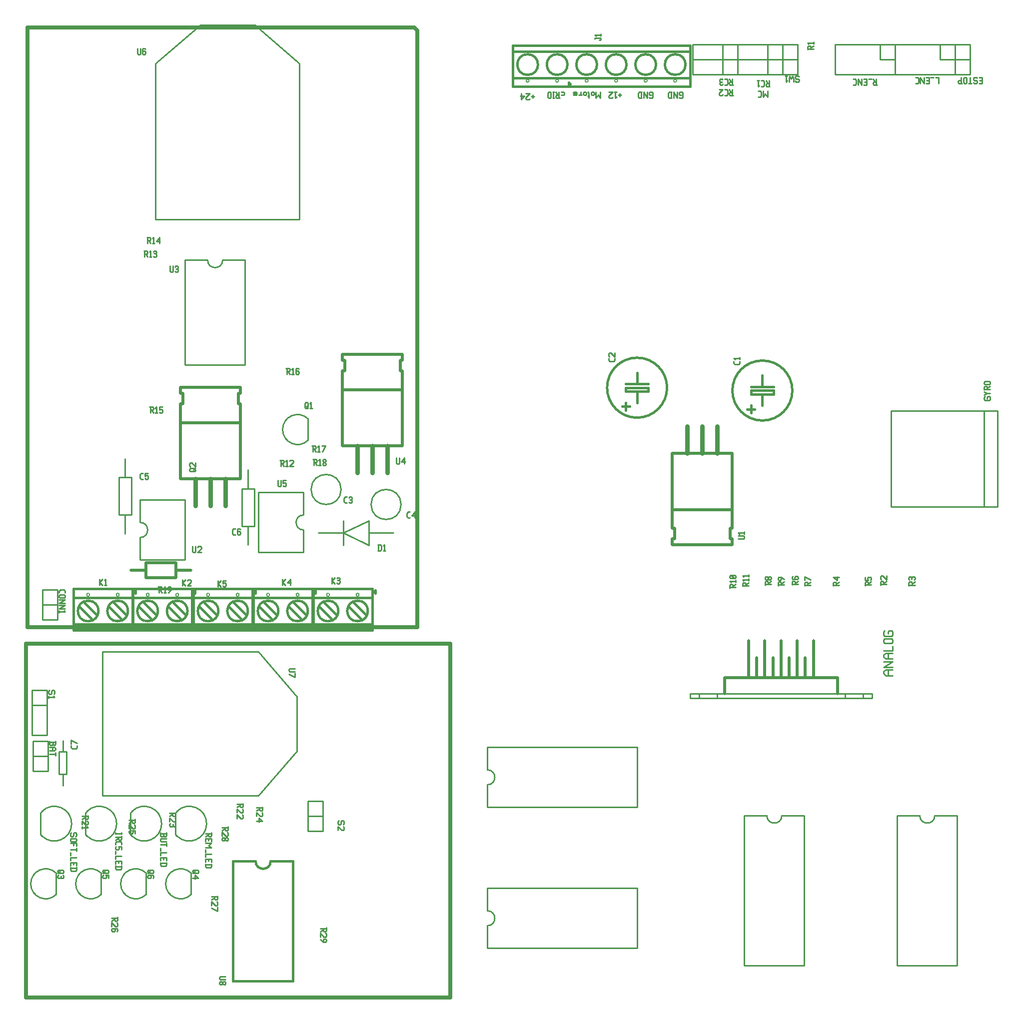
<source format=gbr>
G04 start of page 8 for group -4079 idx -4079 *
G04 Title: combined, topsilk *
G04 Creator: pcb 20110918 *
G04 CreationDate: Tue 12 Jun 2012 05:40:10 PM GMT UTC *
G04 For: ed *
G04 Format: Gerber/RS-274X *
G04 PCB-Dimensions: 650000 650000 *
G04 PCB-Coordinate-Origin: lower left *
%MOIN*%
%FSLAX25Y25*%
%LNTOPSILK*%
%ADD118C,0.0050*%
%ADD117C,0.0150*%
%ADD116C,0.0300*%
%ADD115C,0.0200*%
%ADD114C,0.0100*%
%ADD113C,0.0250*%
G54D113*X262000Y248000D02*X2000D01*
X1000Y237000D02*Y1000D01*
X284000D01*
Y237000D02*Y1000D01*
X1000Y237000D02*X284000D01*
X2000Y248000D02*Y648000D01*
X260000D02*X262000Y646000D01*
Y248000D01*
X2000Y648000D02*X260000D01*
G54D114*X396000Y603000D02*X398000D01*
X397000Y604000D02*Y602000D01*
X394800Y601800D02*X394000Y601000D01*
Y605000D02*Y601000D01*
X393300Y605000D02*X394800D01*
X392100Y601500D02*X391600Y601000D01*
X390100D02*X391600D01*
X390100D02*X389600Y601500D01*
Y602500D02*Y601500D01*
X392100Y605000D02*X389600Y602500D01*
Y605000D02*X392100D01*
X384000D02*Y601000D01*
X382500Y603000D01*
X381000Y601000D01*
Y605000D02*Y601000D01*
X379800Y604500D02*Y603500D01*
X379300Y603000D01*
X378300D02*X379300D01*
X378300D02*X377800Y603500D01*
Y604500D02*Y603500D01*
X378300Y605000D02*X377800Y604500D01*
X378300Y605000D02*X379300D01*
X379800Y604500D02*X379300Y605000D01*
X376100Y604500D02*Y601000D01*
Y604500D02*X375600Y605000D01*
Y602500D02*X376600D01*
X374600Y604500D02*Y603500D01*
X374100Y603000D01*
X373100D02*X374100D01*
X373100D02*X372600Y603500D01*
Y604500D02*Y603500D01*
X373100Y605000D02*X372600Y604500D01*
X373100Y605000D02*X374100D01*
X374600Y604500D02*X374100Y605000D01*
X370900D02*Y603500D01*
X370400Y603000D01*
X369400D02*X370400D01*
X371400D02*X370900Y603500D01*
X366200Y605000D02*X367700D01*
X366200D02*X365700Y604500D01*
X366200Y604000D02*X365700Y604500D01*
X366200Y604000D02*X367700D01*
X368200Y603500D02*X367700Y604000D01*
X368200Y603500D02*X367700Y603000D01*
X366200D02*X367700D01*
X366200D02*X365700Y603500D01*
X368200Y604500D02*X367700Y605000D01*
X437000Y601000D02*X436500Y601500D01*
X437000Y601000D02*X438500D01*
X439000Y601500D02*X438500Y601000D01*
X439000Y604500D02*Y601500D01*
Y604500D02*X438500Y605000D01*
X437000D02*X438500D01*
X437000D02*X436500Y604500D01*
Y603500D01*
X437000Y603000D02*X436500Y603500D01*
X437000Y603000D02*X438000D01*
X435300Y605000D02*Y601000D01*
X432800Y605000D01*
Y601000D01*
X431100Y605000D02*Y601000D01*
X429800D02*X429100Y601700D01*
Y604300D02*Y601700D01*
X429800Y605000D02*X429100Y604300D01*
X429800Y605000D02*X431600D01*
X429800Y601000D02*X431600D01*
X417000D02*X416500Y601500D01*
X417000Y601000D02*X418500D01*
X419000Y601500D02*X418500Y601000D01*
X419000Y604500D02*Y601500D01*
Y604500D02*X418500Y605000D01*
X417000D02*X418500D01*
X417000D02*X416500Y604500D01*
Y603500D01*
X417000Y603000D02*X416500Y603500D01*
X417000Y603000D02*X418000D01*
X415300Y605000D02*Y601000D01*
X412800Y605000D01*
Y601000D01*
X411100Y605000D02*Y601000D01*
X409800D02*X409100Y601700D01*
Y604300D02*Y601700D01*
X409800Y605000D02*X409100Y604300D01*
X409800Y605000D02*X411600D01*
X409800Y601000D02*X411600D01*
X338000Y602000D02*X340000D01*
X339000Y603000D02*Y601000D01*
X336800Y600500D02*X336300Y600000D01*
X334800D02*X336300D01*
X334800D02*X334300Y600500D01*
Y601500D02*Y600500D01*
X336800Y604000D02*X334300Y601500D01*
Y604000D02*X336800D01*
X333100Y602500D02*X331100Y600000D01*
X330600Y602500D02*X333100D01*
X331100Y604000D02*Y600000D01*
X358000Y603000D02*X359500D01*
X360000Y603500D02*X359500Y603000D01*
X360000Y604500D02*Y603500D01*
Y604500D02*X359500Y605000D01*
X358000D02*X359500D01*
X354800Y601000D02*X356800D01*
X354800D02*X354300Y601500D01*
Y602500D02*Y601500D01*
X354800Y603000D02*X354300Y602500D01*
X354800Y603000D02*X356300D01*
Y605000D02*Y601000D01*
X355500Y603000D02*X354300Y605000D01*
X352100Y601000D02*X353100D01*
X352600Y605000D02*Y601000D01*
X352100Y605000D02*X353100D01*
X350900Y604500D02*Y601500D01*
X350400Y601000D01*
X349400D02*X350400D01*
X349400D02*X348900Y601500D01*
Y604500D02*Y601500D01*
X349400Y605000D02*X348900Y604500D01*
X349400Y605000D02*X350400D01*
X350900Y604500D02*X350400Y605000D01*
X443830Y203900D02*Y200900D01*
Y203900D02*X565030D01*
Y200900D01*
X443830D02*X565030D01*
X449830Y203900D02*Y200900D01*
X461830Y203900D02*Y200900D01*
X559030Y203900D02*Y200900D01*
X547030Y203900D02*Y200900D01*
G54D115*X466830Y214400D02*Y203900D01*
Y214400D02*X542030D01*
Y203900D01*
G54D114*X466830D02*X542030D01*
G54D115*X526030Y239000D02*Y214400D01*
X515230Y239000D02*Y214400D01*
X504430Y239000D02*Y214400D01*
X493630Y239000D02*Y214400D01*
X482830Y239000D02*Y214400D01*
X520630Y227800D02*Y214400D01*
X509830Y227800D02*Y214400D01*
X499030Y227800D02*Y214400D01*
X488230Y227800D02*Y214400D01*
G54D114*X582000Y122490D02*Y22490D01*
X622000D01*
Y122490D01*
X582000D02*X597000D01*
X607000D02*X622000D01*
X597000D02*G75*G03X607000Y122490I5000J0D01*G01*
X480000D02*Y22490D01*
X520000D01*
Y122490D01*
X480000D02*X495000D01*
X505000D02*X520000D01*
X495000D02*G75*G03X505000Y122490I5000J0D01*G01*
X308510Y128000D02*X408510D01*
Y168000D02*Y128000D01*
X308510Y168000D02*X408510D01*
X308510Y143000D02*Y128000D01*
Y168000D02*Y153000D01*
Y143000D02*G75*G03X308510Y153000I0J5000D01*G01*
Y34000D02*X408510D01*
Y74000D02*Y34000D01*
X308510Y74000D02*X408510D01*
X308510Y49000D02*Y34000D01*
Y74000D02*Y59000D01*
Y49000D02*G75*G03X308510Y59000I0J5000D01*G01*
X640000Y392300D02*Y328500D01*
X578000Y392500D02*X649000D01*
X578000D02*Y328500D01*
X649000D01*
Y392500D02*Y328500D01*
G54D116*X462000Y382000D02*Y364000D01*
X452000Y382000D02*Y364000D01*
X442000Y382000D02*Y364000D01*
G54D115*X432000D02*X472000D01*
X432000D02*Y326500D01*
X472000D01*
Y364000D02*Y326500D01*
X432000D02*X472000D01*
X432000D02*Y314000D01*
X433500D01*
Y307000D01*
X432000D02*X433500D01*
X432000D02*Y303000D01*
X472000D01*
Y307000D02*Y303000D01*
X470500Y307000D02*X472000D01*
X470500Y314000D02*Y307000D01*
Y314000D02*X472000D01*
Y326500D02*Y314000D01*
G54D117*X398430Y395400D02*X403430D01*
X400930Y397900D02*Y392900D01*
Y410400D02*X415930D01*
X408430Y405400D02*Y397900D01*
Y417900D02*Y410400D01*
X400930Y407900D02*X415930D01*
Y405400D01*
X400930D02*X415930D01*
X400930Y407900D02*Y405400D01*
X388430Y407900D02*G75*G03X408430Y387900I20000J0D01*G01*
Y427900D02*G75*G03X388430Y407900I0J-20000D01*G01*
X428430D02*G75*G03X408430Y427900I-20000J0D01*G01*
Y387900D02*G75*G03X428430Y407900I0J20000D01*G01*
X482000Y393500D02*X487000D01*
X484500Y396000D02*Y391000D01*
Y408500D02*X499500D01*
X492000Y403500D02*Y396000D01*
Y416000D02*Y408500D01*
X484500Y406000D02*X499500D01*
Y403500D01*
X484500D02*X499500D01*
X484500Y406000D02*Y403500D01*
X472000Y406000D02*G75*G03X492000Y386000I20000J0D01*G01*
Y426000D02*G75*G03X472000Y406000I0J-20000D01*G01*
X512000D02*G75*G03X492000Y426000I-20000J0D01*G01*
Y386000D02*G75*G03X512000Y406000I0J20000D01*G01*
G54D114*X475430Y636900D02*X505430D01*
X475430D02*Y626900D01*
X505430D01*
Y636900D02*Y626900D01*
X495430Y636900D02*Y626900D01*
X505430D01*
G54D117*X325587Y608652D02*X443699D01*
X325587Y636211D02*X443699D01*
X325587Y614557D02*X443699D01*
X325587Y636211D02*Y608652D01*
X443699Y636211D02*Y608652D01*
X325587Y632274D02*X443699D01*
X363973Y610620D02*X362989Y609636D01*
Y611604D02*Y609636D01*
Y611604D02*X363973Y610620D01*
G54D118*X335430Y611605D02*G75*G03X335430Y611605I0J984D01*G01*
X355115D02*G75*G03X355115Y611605I0J984D01*G01*
X374800D02*G75*G03X374800Y611605I0J984D01*G01*
X394485D02*G75*G03X394485Y611605I0J984D01*G01*
X414171D02*G75*G03X414171Y611605I0J984D01*G01*
X433856D02*G75*G03X433856Y611605I0J984D01*G01*
G54D117*X335430Y616525D02*G75*G03X335430Y616525I0J6890D01*G01*
X355115D02*G75*G03X355115Y616525I0J6890D01*G01*
X374800D02*G75*G03X374800Y616525I0J6890D01*G01*
X394485D02*G75*G03X394485Y616525I0J6890D01*G01*
X414171D02*G75*G03X414171Y616525I0J6890D01*G01*
X433856D02*G75*G03X433856Y616525I0J6890D01*G01*
G54D114*X475430Y626900D02*X505430D01*
X475430D02*Y616900D01*
X505430D01*
Y626900D02*Y616900D01*
X495430Y626900D02*Y616900D01*
X505430D01*
X445430Y626900D02*X475430D01*
X445430D02*Y616900D01*
X475430D01*
Y626900D02*Y616900D01*
X465430Y626900D02*Y616900D01*
X475430D01*
X445430Y636900D02*X475430D01*
X445430D02*Y626900D01*
X475430D01*
Y636900D02*Y626900D01*
X465430Y636900D02*Y626900D01*
X475430D01*
X540430Y636900D02*X580430D01*
X540430D02*Y616900D01*
X580430D01*
Y636900D02*Y616900D01*
X570430Y636900D02*Y626900D01*
X580430D01*
Y636900D02*X620430D01*
X580430D02*Y616900D01*
X620430D01*
Y636900D02*Y616900D01*
X610430Y636900D02*Y626900D01*
X620430D01*
X505430Y636900D02*X515430D01*
X505430D02*Y616900D01*
X515430D01*
Y636900D02*Y616900D01*
X505430Y636900D02*Y626900D01*
X515430D01*
X620430Y636900D02*X630430D01*
X620430D02*Y616900D01*
X630430D01*
Y636900D02*Y616900D01*
X620430Y636900D02*Y626900D01*
X630430D01*
X189000Y387000D02*Y373000D01*
X189071Y387071D02*G75*G03X189071Y372929I-7071J-7071D01*G01*
X191000Y340000D02*G75*G03X191000Y340000I10000J0D01*G01*
X251000Y330000D02*G75*G03X251000Y330000I-10000J0D01*G01*
G54D117*X152472Y273748D02*X191842D01*
X152472Y246189D02*X191842D01*
X152472Y267843D02*X191842D01*
Y273748D02*Y246189D01*
X152472Y273748D02*Y246189D01*
Y250126D02*X191842D01*
X187905Y256032D02*X179047Y264890D01*
X184952Y253079D02*X184953D01*
X184952D02*X176094Y261937D01*
X168220Y256032D02*X159362Y264890D01*
X165267Y253079D02*X165268D01*
X165267D02*X156409Y261937D01*
X192827Y271780D02*X193811Y272764D01*
Y270796D01*
X192827Y271780D01*
G54D118*X182000Y270795D02*G75*G03X182000Y270795I0J-984D01*G01*
X162315D02*G75*G03X162315Y270795I0J-984D01*G01*
G54D117*X182000Y265875D02*G75*G03X182000Y265875I0J-6890D01*G01*
X162315D02*G75*G03X162315Y265875I0J-6890D01*G01*
G54D116*X222000Y351000D02*Y369000D01*
X232000Y351000D02*Y369000D01*
X242000Y351000D02*Y369000D01*
G54D115*X212000D02*X252000D01*
Y406500D01*
X212000D01*
Y369000D01*
Y406500D02*X252000D01*
Y419000D01*
X250500D01*
Y426000D01*
X252000D01*
Y430000D01*
X212000D01*
Y426000D01*
X213500D01*
Y419000D01*
X212000D01*
Y406500D01*
G54D114*X196000Y311000D02*X212600D01*
X229400D02*X246000D01*
X212600D02*X229400Y319300D01*
Y302700D01*
X212600Y311000D01*
Y319300D02*Y302700D01*
G54D117*X192472Y273748D02*X231842D01*
X192472Y246189D02*X231842D01*
X192472Y267843D02*X231842D01*
Y273748D02*Y246189D01*
X192472Y273748D02*Y246189D01*
Y250126D02*X231842D01*
X227905Y256032D02*X219047Y264890D01*
X224952Y253079D02*X224953D01*
X224952D02*X216094Y261937D01*
X208220Y256032D02*X199362Y264890D01*
X205267Y253079D02*X205268D01*
X205267D02*X196409Y261937D01*
X232827Y271780D02*X233811Y272764D01*
Y270796D01*
X232827Y271780D01*
G54D118*X222000Y270795D02*G75*G03X222000Y270795I0J-984D01*G01*
X202315D02*G75*G03X202315Y270795I0J-984D01*G01*
G54D117*X222000Y265875D02*G75*G03X222000Y265875I0J-6890D01*G01*
X202315D02*G75*G03X202315Y265875I0J-6890D01*G01*
G54D114*X156000Y338000D02*X186000D01*
X156000D02*Y298000D01*
X186000D01*
Y338000D02*Y323000D01*
Y313000D02*Y298000D01*
Y323000D02*G75*G03X186000Y313000I0J-5000D01*G01*
G54D117*X72157Y273748D02*X111527D01*
X72157Y246189D02*X111527D01*
X72157Y267843D02*X111527D01*
Y273748D02*Y246189D01*
X72157Y273748D02*Y246189D01*
Y250126D02*X111527D01*
X107590Y256032D02*X98732Y264890D01*
X104637Y253079D02*X104638D01*
X104637D02*X95779Y261937D01*
X87905Y256032D02*X79047Y264890D01*
X84952Y253079D02*X84953D01*
X84952D02*X76094Y261937D01*
X112512Y271780D02*X113496Y272764D01*
Y270796D01*
X112512Y271780D01*
G54D118*X101685Y270795D02*G75*G03X101685Y270795I0J-984D01*G01*
X82000D02*G75*G03X82000Y270795I0J-984D01*G01*
G54D117*X101685Y265875D02*G75*G03X101685Y265875I0J-6890D01*G01*
X82000D02*G75*G03X82000Y265875I0J-6890D01*G01*
G54D114*X12000Y273000D02*Y253000D01*
X22000D01*
Y273000D01*
X12000D01*
Y263000D02*X22000D01*
Y273000D01*
G54D117*X32472Y273748D02*X71842D01*
X32472Y246189D02*X71842D01*
X32472Y267843D02*X71842D01*
Y273748D02*Y246189D01*
X32472Y273748D02*Y246189D01*
Y250126D02*X71842D01*
X67905Y256032D02*X59047Y264890D01*
X64952Y253079D02*X64953D01*
X64952D02*X56094Y261937D01*
X48220Y256032D02*X39362Y264890D01*
X45267Y253079D02*X45268D01*
X45267D02*X36409Y261937D01*
X72827Y271780D02*X73811Y272764D01*
Y270796D01*
X72827Y271780D01*
G54D118*X62000Y270795D02*G75*G03X62000Y270795I0J-984D01*G01*
X42315D02*G75*G03X42315Y270795I0J-984D01*G01*
G54D117*X62000Y265875D02*G75*G03X62000Y265875I0J-6890D01*G01*
X42315D02*G75*G03X42315Y265875I0J-6890D01*G01*
G54D114*X155900Y231700D02*X181600Y201800D01*
Y165600D01*
X155900Y135700D01*
X51900D02*X155900D01*
X51900Y231700D02*Y135700D01*
Y231700D02*X155900D01*
X5000Y206000D02*Y176000D01*
X15000D01*
Y206000D02*Y176000D01*
X5000Y206000D02*X15000D01*
X5000Y196000D02*X15000D01*
Y206000D02*Y196000D01*
G54D117*X112472Y273748D02*X151842D01*
X112472Y246189D02*X151842D01*
X112472Y267843D02*X151842D01*
Y273748D02*Y246189D01*
X112472Y273748D02*Y246189D01*
Y250126D02*X151842D01*
X147905Y256032D02*X139047Y264890D01*
X144952Y253079D02*X144953D01*
X144952D02*X136094Y261937D01*
X128220Y256032D02*X119362Y264890D01*
X125267Y253079D02*X125268D01*
X125267D02*X116409Y261937D01*
X152827Y271780D02*X153811Y272764D01*
Y270796D01*
X152827Y271780D01*
G54D118*X142000Y270795D02*G75*G03X142000Y270795I0J-984D01*G01*
X122315D02*G75*G03X122315Y270795I0J-984D01*G01*
G54D117*X142000Y265875D02*G75*G03X142000Y265875I0J-6890D01*G01*
X122315D02*G75*G03X122315Y265875I0J-6890D01*G01*
G54D114*X77000Y293000D02*X107000D01*
Y333000D02*Y293000D01*
X77000Y333000D02*X107000D01*
X77000Y308000D02*Y293000D01*
Y333000D02*Y318000D01*
Y308000D02*G75*G03X77000Y318000I0J5000D01*G01*
X149000Y353000D02*Y340500D01*
Y315500D02*Y303000D01*
X153100Y340500D02*Y315500D01*
X144900D02*X153100D01*
X144900Y340500D02*Y315500D01*
Y340500D02*X153100D01*
G54D116*X114000Y347000D02*Y329000D01*
X124000Y347000D02*Y329000D01*
X134000Y347000D02*Y329000D01*
G54D115*X104000Y347000D02*X144000D01*
Y384500D02*Y347000D01*
X104000Y384500D02*X144000D01*
X104000D02*Y347000D01*
Y384500D02*X144000D01*
Y397000D02*Y384500D01*
X142500Y397000D02*X144000D01*
X142500Y404000D02*Y397000D01*
Y404000D02*X144000D01*
Y408000D02*Y404000D01*
X104000Y408000D02*X144000D01*
X104000D02*Y404000D01*
X105500D01*
Y397000D01*
X104000D02*X105500D01*
X104000D02*Y384500D01*
X81000Y281000D02*X101000D01*
X81000Y291000D02*Y281000D01*
Y291000D02*X101000D01*
Y281000D01*
Y286000D02*X111000D01*
X71000D02*X81000D01*
G54D114*X67000Y323000D02*Y310500D01*
Y360500D02*Y348000D01*
X62900D02*Y323000D01*
Y348000D02*X71100D01*
Y323000D01*
X62900D02*X71100D01*
X107000Y493000D02*Y423000D01*
X147000D01*
Y493000D01*
X107000D02*X122000D01*
X132000D02*X147000D01*
X122000D02*G75*G03X132000Y493000I5000J0D01*G01*
X87300Y624100D02*X117200Y649800D01*
X153400D01*
X183300Y624100D01*
Y520100D01*
X87300D01*
Y624100D01*
X25500Y150000D02*Y142500D01*
Y172500D02*Y165000D01*
X23000D02*Y150000D01*
Y165000D02*X28000D01*
Y150000D01*
X23000D02*X28000D01*
X5500Y172000D02*Y152000D01*
X15500D01*
Y172000D02*Y152000D01*
X5500Y172000D02*X15500D01*
X5500Y162000D02*X15500D01*
Y172000D02*Y162000D01*
X199000Y132000D02*Y112000D01*
X189000Y132000D02*X199000D01*
X189000D02*Y112000D01*
X199000D01*
X189000Y122000D02*X199000D01*
X189000D02*Y112000D01*
X111000Y84000D02*Y70000D01*
X111071Y84071D02*G75*G03X111071Y69929I-7071J-7071D01*G01*
G54D117*X139000Y92000D02*Y12000D01*
X179000D01*
Y92000D02*Y12000D01*
X139000Y92000D02*X154000D01*
X164000D02*X179000D01*
X154000D02*G75*G03X164000Y92000I5000J0D01*G01*
G54D114*X21000Y84000D02*Y70000D01*
X21071Y84071D02*G75*G03X21071Y69929I-7071J-7071D01*G01*
X51000Y84000D02*Y70000D01*
X51071Y84071D02*G75*G03X51071Y69929I-7071J-7071D01*G01*
X10500Y124300D02*Y109800D01*
X11500Y108900D02*X10500Y109900D01*
X11500Y125300D02*X10600Y124400D01*
X11498Y108898D02*G75*G03X11498Y125302I8202J8202D01*G01*
X40500Y124300D02*Y109800D01*
X41500Y108900D02*X40500Y109900D01*
X41500Y125300D02*X40600Y124400D01*
X41498Y108898D02*G75*G03X41498Y125302I8202J8202D01*G01*
X100500Y124300D02*Y109800D01*
X101500Y108900D02*X100500Y109900D01*
X101500Y125300D02*X100600Y124400D01*
X101498Y108898D02*G75*G03X101498Y125302I8202J8202D01*G01*
X70500Y124300D02*Y109800D01*
X71500Y108900D02*X70500Y109900D01*
X71500Y125300D02*X70600Y124400D01*
X71498Y108898D02*G75*G03X71498Y125302I8202J8202D01*G01*
X81000Y84000D02*Y70000D01*
X81071Y84071D02*G75*G03X81071Y69929I-7071J-7071D01*G01*
X105189Y279798D02*Y275798D01*
Y277798D02*X107189Y279798D01*
X105189Y277798D02*X107189Y275798D01*
X108389Y279298D02*X108889Y279798D01*
X110389D01*
X110889Y279298D01*
Y278298D01*
X108389Y275798D02*X110889Y278298D01*
X108389Y275798D02*X110889D01*
X23000Y272300D02*Y271000D01*
X23700Y273000D02*X23000Y272300D01*
X23700Y273000D02*X26300D01*
X27000Y272300D01*
Y271000D01*
X23500Y269800D02*X26500D01*
X27000Y269300D01*
Y268300D01*
X26500Y267800D01*
X23500D02*X26500D01*
X23000Y268300D02*X23500Y267800D01*
X23000Y269300D02*Y268300D01*
X23500Y269800D02*X23000Y269300D01*
Y266600D02*X27000D01*
X23000Y264100D01*
X27000D01*
X23000Y262900D02*X27000D01*
X23000Y260400D01*
X27000D01*
X26200Y259200D02*X27000Y258400D01*
X23000D02*X27000D01*
X23000Y259200D02*Y257700D01*
X89000Y275000D02*X91000D01*
X91500Y274500D01*
Y273500D01*
X91000Y273000D02*X91500Y273500D01*
X89500Y273000D02*X91000D01*
X89500Y275000D02*Y271000D01*
X90300Y273000D02*X91500Y271000D01*
X92700Y274200D02*X93500Y275000D01*
Y271000D01*
X92700D02*X94200D01*
X95900D02*X97400Y273000D01*
Y274500D02*Y273000D01*
X96900Y275000D02*X97400Y274500D01*
X95900Y275000D02*X96900D01*
X95400Y274500D02*X95900Y275000D01*
X95400Y274500D02*Y273500D01*
X95900Y273000D01*
X97400D01*
X128874Y279298D02*Y275298D01*
Y277298D02*X130874Y279298D01*
X128874Y277298D02*X130874Y275298D01*
X132074Y279298D02*X134074D01*
X132074D02*Y277298D01*
X132574Y277798D01*
X133574D01*
X134074Y277298D01*
Y275798D01*
X133574Y275298D02*X134074Y275798D01*
X132574Y275298D02*X133574D01*
X132074Y275798D02*X132574Y275298D01*
X112000Y302000D02*Y298500D01*
X112500Y298000D01*
X113500D01*
X114000Y298500D01*
Y302000D02*Y298500D01*
X115200Y301500D02*X115700Y302000D01*
X117200D01*
X117700Y301500D01*
Y300500D01*
X115200Y298000D02*X117700Y300500D01*
X115200Y298000D02*X117700D01*
X139200Y309900D02*X140500D01*
X138500Y310600D02*X139200Y309900D01*
X138500Y313200D02*Y310600D01*
Y313200D02*X139200Y313900D01*
X140500D01*
X143200D02*X143700Y313400D01*
X142200Y313900D02*X143200D01*
X141700Y313400D02*X142200Y313900D01*
X141700Y313400D02*Y310400D01*
X142200Y309900D01*
X143200Y312100D02*X143700Y311600D01*
X141700Y312100D02*X143200D01*
X142200Y309900D02*X143200D01*
X143700Y310400D01*
Y311600D02*Y310400D01*
X110500Y352000D02*X113500D01*
X110500D02*X110000Y352500D01*
Y353500D02*Y352500D01*
Y353500D02*X110500Y354000D01*
X113000D01*
X114000Y353000D02*X113000Y354000D01*
X114000Y353000D02*Y352500D01*
X113500Y352000D02*X114000Y352500D01*
X112500Y353000D02*X114000Y354000D01*
X110500Y355200D02*X110000Y355700D01*
Y357200D02*Y355700D01*
Y357200D02*X110500Y357700D01*
X111500D01*
X114000Y355200D02*X111500Y357700D01*
X114000D02*Y355200D01*
X49874Y280298D02*Y276298D01*
Y278298D02*X51874Y280298D01*
X49874Y278298D02*X51874Y276298D01*
X53074Y279498D02*X53874Y280298D01*
Y276298D01*
X53074D02*X54574D01*
X77700Y346900D02*X79000D01*
X77000Y347600D02*X77700Y346900D01*
X77000Y350200D02*Y347600D01*
Y350200D02*X77700Y350900D01*
X79000D01*
X80200D02*X82200D01*
X80200D02*Y348900D01*
X80700Y349400D01*
X81700D01*
X82200Y348900D01*
Y347400D01*
X81700Y346900D02*X82200Y347400D01*
X80700Y346900D02*X81700D01*
X80200Y347400D02*X80700Y346900D01*
X83291Y395032D02*X85291D01*
X85791Y394532D01*
Y393532D01*
X85291Y393032D02*X85791Y393532D01*
X83791Y393032D02*X85291D01*
X83791Y395032D02*Y391032D01*
X84591Y393032D02*X85791Y391032D01*
X86991Y394232D02*X87791Y395032D01*
Y391032D01*
X86991D02*X88491D01*
X89691Y395032D02*X91691D01*
X89691D02*Y393032D01*
X90191Y393532D01*
X91191D01*
X91691Y393032D01*
Y391532D01*
X91191Y391032D02*X91691Y391532D01*
X90191Y391032D02*X91191D01*
X89691Y391532D02*X90191Y391032D01*
X187000Y397500D02*Y394500D01*
Y397500D02*X187500Y398000D01*
X188500D01*
X189000Y397500D01*
Y395000D01*
X188000Y394000D02*X189000Y395000D01*
X187500Y394000D02*X188000D01*
X187000Y394500D02*X187500Y394000D01*
X188000Y395500D02*X189000Y394000D01*
X190200Y397200D02*X191000Y398000D01*
Y394000D01*
X190200D02*X191700D01*
X248000Y361000D02*Y357500D01*
X248500Y357000D01*
X249500D01*
X250000Y357500D01*
Y361000D02*Y357500D01*
X251200Y358500D02*X253200Y361000D01*
X251200Y358500D02*X253700D01*
X253200Y361000D02*Y357000D01*
X191614Y369150D02*X193614D01*
X194114Y368650D01*
Y367650D01*
X193614Y367150D02*X194114Y367650D01*
X192114Y367150D02*X193614D01*
X192114Y369150D02*Y365150D01*
X192914Y367150D02*X194114Y365150D01*
X195314Y368350D02*X196114Y369150D01*
Y365150D01*
X195314D02*X196814D01*
X198514D02*X200514Y369150D01*
X198014D02*X200514D01*
X171874Y280298D02*Y276298D01*
Y278298D02*X173874Y280298D01*
X171874Y278298D02*X173874Y276298D01*
X175074Y277798D02*X177074Y280298D01*
X175074Y277798D02*X177574D01*
X177074Y280298D02*Y276298D01*
X170173Y359591D02*X172173D01*
X172673Y359091D01*
Y358091D01*
X172173Y357591D02*X172673Y358091D01*
X170673Y357591D02*X172173D01*
X170673Y359591D02*Y355591D01*
X171473Y357591D02*X172673Y355591D01*
X173873Y358791D02*X174673Y359591D01*
Y355591D01*
X173873D02*X175373D01*
X176573Y359091D02*X177073Y359591D01*
X178573D01*
X179073Y359091D01*
Y358091D01*
X176573Y355591D02*X179073Y358091D01*
X176573Y355591D02*X179073D01*
X169000Y346000D02*Y342500D01*
X169500Y342000D01*
X170500D01*
X171000Y342500D01*
Y346000D02*Y342500D01*
X172200Y346000D02*X174200D01*
X172200D02*Y344000D01*
X172700Y344500D01*
X173700D01*
X174200Y344000D01*
Y342500D01*
X173700Y342000D02*X174200Y342500D01*
X172700Y342000D02*X173700D01*
X172200Y342500D02*X172700Y342000D01*
X174291Y420914D02*X176291D01*
X176791Y420414D01*
Y419414D01*
X176291Y418914D02*X176791Y419414D01*
X174791Y418914D02*X176291D01*
X174791Y420914D02*Y416914D01*
X175591Y418914D02*X176791Y416914D01*
X177991Y420114D02*X178791Y420914D01*
Y416914D01*
X177991D02*X179491D01*
X182191Y420914D02*X182691Y420414D01*
X181191Y420914D02*X182191D01*
X180691Y420414D02*X181191Y420914D01*
X180691Y420414D02*Y417414D01*
X181191Y416914D01*
X182191Y419114D02*X182691Y418614D01*
X180691Y419114D02*X182191D01*
X181191Y416914D02*X182191D01*
X182691Y417414D01*
Y418614D02*Y417414D01*
X235900Y303300D02*Y299300D01*
X237200Y303300D02*X237900Y302600D01*
Y300000D01*
X237200Y299300D02*X237900Y300000D01*
X235400Y299300D02*X237200D01*
X235400Y303300D02*X237200D01*
X239100Y302500D02*X239900Y303300D01*
Y299300D01*
X239100D02*X240600D01*
X213700Y331000D02*X215000D01*
X213000Y331700D02*X213700Y331000D01*
X213000Y334300D02*Y331700D01*
Y334300D02*X213700Y335000D01*
X215000D01*
X216200Y334500D02*X216700Y335000D01*
X217700D01*
X218200Y334500D01*
X217700Y331000D02*X218200Y331500D01*
X216700Y331000D02*X217700D01*
X216200Y331500D02*X216700Y331000D01*
Y333200D02*X217700D01*
X218200Y334500D02*Y333700D01*
Y332700D02*Y331500D01*
Y332700D02*X217700Y333200D01*
X218200Y333700D02*X217700Y333200D01*
X255700Y321000D02*X257000D01*
X255000Y321700D02*X255700Y321000D01*
X255000Y324300D02*Y321700D01*
Y324300D02*X255700Y325000D01*
X257000D01*
X258200Y322500D02*X260200Y325000D01*
X258200Y322500D02*X260700D01*
X260200Y325000D02*Y321000D01*
X204874Y281298D02*Y277298D01*
Y279298D02*X206874Y281298D01*
X204874Y279298D02*X206874Y277298D01*
X208074Y280798D02*X208574Y281298D01*
X209574D01*
X210074Y280798D01*
X209574Y277298D02*X210074Y277798D01*
X208574Y277298D02*X209574D01*
X208074Y277798D02*X208574Y277298D01*
Y279498D02*X209574D01*
X210074Y280798D02*Y279998D01*
Y278998D02*Y277798D01*
Y278998D02*X209574Y279498D01*
X210074Y279998D02*X209574Y279498D01*
X192291Y360150D02*X194291D01*
X194791Y359650D01*
Y358650D01*
X194291Y358150D02*X194791Y358650D01*
X192791Y358150D02*X194291D01*
X192791Y360150D02*Y356150D01*
X193591Y358150D02*X194791Y356150D01*
X195991Y359350D02*X196791Y360150D01*
Y356150D01*
X195991D02*X197491D01*
X198691Y356650D02*X199191Y356150D01*
X198691Y357450D02*Y356650D01*
Y357450D02*X199391Y358150D01*
X199991D01*
X200691Y357450D01*
Y356650D01*
X200191Y356150D02*X200691Y356650D01*
X199191Y356150D02*X200191D01*
X198691Y358850D02*X199391Y358150D01*
X198691Y359650D02*Y358850D01*
Y359650D02*X199191Y360150D01*
X200191D01*
X200691Y359650D01*
Y358850D01*
X199991Y358150D02*X200691Y358850D01*
X176800Y220600D02*X180300D01*
X176800D02*X176300Y220100D01*
Y219100D01*
X176800Y218600D01*
X180300D01*
X176300Y216900D02*X180300Y214900D01*
Y217400D02*Y214900D01*
X35000Y169000D02*Y167700D01*
X34300Y167000D02*X35000Y167700D01*
X31700Y167000D02*X34300D01*
X31700D02*X31000Y167700D01*
Y169000D02*Y167700D01*
X35000Y170700D02*X31000Y172700D01*
Y170200D01*
X16500Y172000D02*Y170000D01*
X17000Y169500D01*
X18200D01*
X18700Y170000D02*X18200Y169500D01*
X18700Y171500D02*Y170000D01*
X16500Y171500D02*X20500D01*
Y172000D02*Y170000D01*
X20000Y169500D01*
X19200D02*X20000D01*
X18700Y170000D02*X19200Y169500D01*
X16500Y168300D02*X19500D01*
X20500Y167600D01*
Y166500D01*
X19500Y165800D01*
X16500D02*X19500D01*
X18500Y168300D02*Y165800D01*
X20500Y164600D02*Y162600D01*
X16500Y163600D02*X20500D01*
X20000Y204000D02*X19500Y203500D01*
X20000Y205500D02*Y204000D01*
X19500Y206000D02*X20000Y205500D01*
X18500Y206000D02*X19500D01*
X18500D02*X18000Y205500D01*
Y204000D01*
X17500Y203500D01*
X16500D02*X17500D01*
X16000Y204000D02*X16500Y203500D01*
X16000Y205500D02*Y204000D01*
X16500Y206000D02*X16000Y205500D01*
X19200Y202300D02*X20000Y201500D01*
X16000D02*X20000D01*
X16000Y202300D02*Y200800D01*
X42150Y122591D02*Y120591D01*
X41650Y120091D01*
X40650D02*X41650D01*
X40150Y120591D02*X40650Y120091D01*
X40150Y122091D02*Y120591D01*
X38150Y122091D02*X42150D01*
X40150Y121291D02*X38150Y120091D01*
X41650Y118891D02*X42150Y118391D01*
Y116891D01*
X41650Y116391D01*
X40650D02*X41650D01*
X38150Y118891D02*X40650Y116391D01*
X38150Y118891D02*Y116391D01*
X41350Y115191D02*X42150Y114391D01*
X38150D02*X42150D01*
X38150Y115191D02*Y113691D01*
X22500Y86000D02*X25500D01*
X26000Y85500D01*
Y84500D01*
X25500Y84000D01*
X23000D02*X25500D01*
X22000Y85000D02*X23000Y84000D01*
X22000Y85500D02*Y85000D01*
X22500Y86000D02*X22000Y85500D01*
X23500Y85000D02*X22000Y84000D01*
X25500Y82800D02*X26000Y82300D01*
Y81300D01*
X25500Y80800D01*
X22000Y81300D02*X22500Y80800D01*
X22000Y82300D02*Y81300D01*
X22500Y82800D02*X22000Y82300D01*
X24200D02*Y81300D01*
X24700Y80800D02*X25500D01*
X22500D02*X23700D01*
X24200Y81300D01*
X24700Y80800D02*X24200Y81300D01*
X73650Y120032D02*Y118032D01*
X73150Y117532D01*
X72150D02*X73150D01*
X71650Y118032D02*X72150Y117532D01*
X71650Y119532D02*Y118032D01*
X69650Y119532D02*X73650D01*
X71650Y118732D02*X69650Y117532D01*
X73150Y116332D02*X73650Y115832D01*
Y114332D01*
X73150Y113832D01*
X72150D02*X73150D01*
X69650Y116332D02*X72150Y113832D01*
X69650Y116332D02*Y113832D01*
X73650Y112632D02*Y110632D01*
X71650Y112632D02*X73650D01*
X71650D02*X72150Y112132D01*
Y111132D01*
X71650Y110632D01*
X70150D02*X71650D01*
X69650Y111132D02*X70150Y110632D01*
X69650Y112132D02*Y111132D01*
X70150Y112632D02*X69650Y112132D01*
X52500Y86000D02*X55500D01*
X56000Y85500D01*
Y84500D01*
X55500Y84000D01*
X53000D02*X55500D01*
X52000Y85000D02*X53000Y84000D01*
X52000Y85500D02*Y85000D01*
X52500Y86000D02*X52000Y85500D01*
X53500Y85000D02*X52000Y84000D01*
X56000Y82800D02*Y80800D01*
X54000Y82800D02*X56000D01*
X54000D02*X54500Y82300D01*
Y81300D01*
X54000Y80800D01*
X52500D02*X54000D01*
X52000Y81300D02*X52500Y80800D01*
X52000Y82300D02*Y81300D01*
X52500Y82800D02*X52000Y82300D01*
X34400Y109000D02*X33900Y108500D01*
X34400Y110500D02*Y109000D01*
X33900Y111000D02*X34400Y110500D01*
X32900Y111000D02*X33900D01*
X32900D02*X32400Y110500D01*
Y109000D01*
X31900Y108500D01*
X30900D02*X31900D01*
X30400Y109000D02*X30900Y108500D01*
X30400Y110500D02*Y109000D01*
X30900Y111000D02*X30400Y110500D01*
X30900Y107300D02*X33900D01*
X34400Y106800D01*
Y105800D01*
X33900Y105300D01*
X30900D02*X33900D01*
X30400Y105800D02*X30900Y105300D01*
X30400Y106800D02*Y105800D01*
X30900Y107300D02*X30400Y106800D01*
Y104100D02*X34400D01*
Y102100D01*
X32600Y104100D02*Y102600D01*
X34400Y100900D02*Y98900D01*
X30400Y99900D02*X34400D01*
X30400Y97700D02*Y95700D01*
Y94500D02*X34400D01*
X30400D02*Y92500D01*
X32600Y91300D02*Y89800D01*
X30400Y91300D02*Y89300D01*
Y91300D02*X34400D01*
Y89300D01*
X30400Y87600D02*X34400D01*
Y86300D02*X33700Y85600D01*
X31100D02*X33700D01*
X30400Y86300D02*X31100Y85600D01*
X30400Y88100D02*Y86300D01*
X34400Y88100D02*Y86300D01*
X64400Y111000D02*Y110000D01*
X60400Y110500D02*X64400D01*
X60400Y111000D02*Y110000D01*
X64400Y108800D02*Y106800D01*
X63900Y106300D01*
X62900D02*X63900D01*
X62400Y106800D02*X62900Y106300D01*
X62400Y108300D02*Y106800D01*
X60400Y108300D02*X64400D01*
X62400Y107500D02*X60400Y106300D01*
Y104400D02*Y103100D01*
X61100Y105100D02*X60400Y104400D01*
X61100Y105100D02*X63700D01*
X64400Y104400D01*
Y103100D01*
Y101900D02*Y99900D01*
X62400Y101900D02*X64400D01*
X62400D02*X62900Y101400D01*
Y100400D01*
X62400Y99900D01*
X60900D02*X62400D01*
X60400Y100400D02*X60900Y99900D01*
X60400Y101400D02*Y100400D01*
X60900Y101900D02*X60400Y101400D01*
Y98700D02*Y96700D01*
Y95500D02*X64400D01*
X60400D02*Y93500D01*
X62600Y92300D02*Y90800D01*
X60400Y92300D02*Y90300D01*
Y92300D02*X64400D01*
Y90300D01*
X60400Y88600D02*X64400D01*
Y87300D02*X63700Y86600D01*
X61100D02*X63700D01*
X60400Y87300D02*X61100Y86600D01*
X60400Y89100D02*Y87300D01*
X64400Y89100D02*Y87300D01*
X145650Y130532D02*Y128532D01*
X145150Y128032D01*
X144150D02*X145150D01*
X143650Y128532D02*X144150Y128032D01*
X143650Y130032D02*Y128532D01*
X141650Y130032D02*X145650D01*
X143650Y129232D02*X141650Y128032D01*
X145150Y126832D02*X145650Y126332D01*
Y124832D01*
X145150Y124332D01*
X144150D02*X145150D01*
X141650Y126832D02*X144150Y124332D01*
X141650Y126832D02*Y124332D01*
X145150Y123132D02*X145650Y122632D01*
Y121132D01*
X145150Y120632D01*
X144150D02*X145150D01*
X141650Y123132D02*X144150Y120632D01*
X141650Y123132D02*Y120632D01*
X158650Y128209D02*Y126209D01*
X158150Y125709D01*
X157150D02*X158150D01*
X156650Y126209D02*X157150Y125709D01*
X156650Y127709D02*Y126209D01*
X154650Y127709D02*X158650D01*
X156650Y126909D02*X154650Y125709D01*
X158150Y124509D02*X158650Y124009D01*
Y122509D01*
X158150Y122009D01*
X157150D02*X158150D01*
X154650Y124509D02*X157150Y122009D01*
X154650Y124509D02*Y122009D01*
X156150Y120809D02*X158650Y118809D01*
X156150Y120809D02*Y118309D01*
X154650Y118809D02*X158650D01*
X135650Y115150D02*Y113150D01*
X135150Y112650D01*
X134150D02*X135150D01*
X133650Y113150D02*X134150Y112650D01*
X133650Y114650D02*Y113150D01*
X131650Y114650D02*X135650D01*
X133650Y113850D02*X131650Y112650D01*
X135150Y111450D02*X135650Y110950D01*
Y109450D01*
X135150Y108950D01*
X134150D02*X135150D01*
X131650Y111450D02*X134150Y108950D01*
X131650Y111450D02*Y108950D01*
X132150Y107750D02*X131650Y107250D01*
X132150Y107750D02*X132950D01*
X133650Y107050D01*
Y106450D01*
X132950Y105750D01*
X132150D02*X132950D01*
X131650Y106250D02*X132150Y105750D01*
X131650Y107250D02*Y106250D01*
X134350Y107750D02*X133650Y107050D01*
X134350Y107750D02*X135150D01*
X135650Y107250D01*
Y106250D01*
X135150Y105750D01*
X134350D02*X135150D01*
X133650Y106450D02*X134350Y105750D01*
X61973Y54709D02*Y52709D01*
X61473Y52209D01*
X60473D02*X61473D01*
X59973Y52709D02*X60473Y52209D01*
X59973Y54209D02*Y52709D01*
X57973Y54209D02*X61973D01*
X59973Y53409D02*X57973Y52209D01*
X61473Y51009D02*X61973Y50509D01*
Y49009D01*
X61473Y48509D01*
X60473D02*X61473D01*
X57973Y51009D02*X60473Y48509D01*
X57973Y51009D02*Y48509D01*
X61973Y45809D02*X61473Y45309D01*
X61973Y46809D02*Y45809D01*
X61473Y47309D02*X61973Y46809D01*
X58473Y47309D02*X61473D01*
X58473D02*X57973Y46809D01*
X60173Y45809D02*X59673Y45309D01*
X60173Y47309D02*Y45809D01*
X57973Y46809D02*Y45809D01*
X58473Y45309D01*
X59673D01*
X213000Y117000D02*X212500Y116500D01*
X213000Y118500D02*Y117000D01*
X212500Y119000D02*X213000Y118500D01*
X211500Y119000D02*X212500D01*
X211500D02*X211000Y118500D01*
Y117000D01*
X210500Y116500D01*
X209500D02*X210500D01*
X209000Y117000D02*X209500Y116500D01*
X209000Y118500D02*Y117000D01*
X209500Y119000D02*X209000Y118500D01*
X212500Y115300D02*X213000Y114800D01*
Y113300D01*
X212500Y112800D01*
X211500D02*X212500D01*
X209000Y115300D02*X211500Y112800D01*
X209000Y115300D02*Y112800D01*
X201150Y47709D02*Y45709D01*
X200650Y45209D01*
X199650D02*X200650D01*
X199150Y45709D02*X199650Y45209D01*
X199150Y47209D02*Y45709D01*
X197150Y47209D02*X201150D01*
X199150Y46409D02*X197150Y45209D01*
X200650Y44009D02*X201150Y43509D01*
Y42009D01*
X200650Y41509D01*
X199650D02*X200650D01*
X197150Y44009D02*X199650Y41509D01*
X197150Y44009D02*Y41509D01*
Y39809D02*X199150Y38309D01*
X200650D01*
X201150Y38809D02*X200650Y38309D01*
X201150Y39809D02*Y38809D01*
X200650Y40309D02*X201150Y39809D01*
X199650Y40309D02*X200650D01*
X199650D02*X199150Y39809D01*
Y38309D01*
X128650Y68827D02*Y66827D01*
X128150Y66327D01*
X127150D02*X128150D01*
X126650Y66827D02*X127150Y66327D01*
X126650Y68327D02*Y66827D01*
X124650Y68327D02*X128650D01*
X126650Y67527D02*X124650Y66327D01*
X128150Y65127D02*X128650Y64627D01*
Y63127D01*
X128150Y62627D01*
X127150D02*X128150D01*
X124650Y65127D02*X127150Y62627D01*
X124650Y65127D02*Y62627D01*
Y60927D02*X128650Y58927D01*
Y61427D02*Y58927D01*
X130500Y15000D02*X134000D01*
X130500D02*X130000Y14500D01*
Y13500D01*
X130500Y13000D01*
X134000D01*
X130500Y11800D02*X130000Y11300D01*
X130500Y11800D02*X131300D01*
X132000Y11100D01*
Y10500D01*
X131300Y9800D01*
X130500D02*X131300D01*
X130000Y10300D02*X130500Y9800D01*
X130000Y11300D02*Y10300D01*
X132700Y11800D02*X132000Y11100D01*
X132700Y11800D02*X133500D01*
X134000Y11300D01*
Y10300D01*
X133500Y9800D01*
X132700D02*X133500D01*
X132000Y10500D02*X132700Y9800D01*
X112500Y86000D02*X115500D01*
X116000Y85500D01*
Y84500D01*
X115500Y84000D01*
X113000D02*X115500D01*
X112000Y85000D02*X113000Y84000D01*
X112000Y85500D02*Y85000D01*
X112500Y86000D02*X112000Y85500D01*
X113500Y85000D02*X112000Y84000D01*
X113500Y82800D02*X116000Y80800D01*
X113500Y82800D02*Y80300D01*
X112000Y80800D02*X116000D01*
X100650Y124650D02*Y122650D01*
X100150Y122150D01*
X99150D02*X100150D01*
X98650Y122650D02*X99150Y122150D01*
X98650Y124150D02*Y122650D01*
X96650Y124150D02*X100650D01*
X98650Y123350D02*X96650Y122150D01*
X100150Y120950D02*X100650Y120450D01*
Y118950D01*
X100150Y118450D01*
X99150D02*X100150D01*
X96650Y120950D02*X99150Y118450D01*
X96650Y120950D02*Y118450D01*
X100150Y117250D02*X100650Y116750D01*
Y115750D01*
X100150Y115250D01*
X96650Y115750D02*X97150Y115250D01*
X96650Y116750D02*Y115750D01*
X97150Y117250D02*X96650Y116750D01*
X98850D02*Y115750D01*
X99350Y115250D02*X100150D01*
X97150D02*X98350D01*
X98850Y115750D01*
X99350Y115250D02*X98850Y115750D01*
X124400Y111000D02*Y109000D01*
X123900Y108500D01*
X122900D02*X123900D01*
X122400Y109000D02*X122900Y108500D01*
X122400Y110500D02*Y109000D01*
X120400Y110500D02*X124400D01*
X122400Y109700D02*X120400Y108500D01*
X122600Y107300D02*Y105800D01*
X120400Y107300D02*Y105300D01*
Y107300D02*X124400D01*
Y105300D01*
X120400Y104100D02*X124400D01*
X122400Y102600D01*
X124400Y101100D01*
X120400D02*X124400D01*
X120400Y99900D02*Y97900D01*
Y96700D02*X124400D01*
X120400D02*Y94700D01*
X122600Y93500D02*Y92000D01*
X120400Y93500D02*Y91500D01*
Y93500D02*X124400D01*
Y91500D01*
X120400Y89800D02*X124400D01*
Y88500D02*X123700Y87800D01*
X121100D02*X123700D01*
X120400Y88500D02*X121100Y87800D01*
X120400Y90300D02*Y88500D01*
X124400Y90300D02*Y88500D01*
X90400Y111000D02*Y109000D01*
X90900Y108500D01*
X92100D01*
X92600Y109000D02*X92100Y108500D01*
X92600Y110500D02*Y109000D01*
X90400Y110500D02*X94400D01*
Y111000D02*Y109000D01*
X93900Y108500D01*
X93100D02*X93900D01*
X92600Y109000D02*X93100Y108500D01*
X90900Y107300D02*X94400D01*
X90900D02*X90400Y106800D01*
Y105800D01*
X90900Y105300D01*
X94400D01*
Y104100D02*Y102100D01*
X90400Y103100D02*X94400D01*
X90400Y100900D02*Y98900D01*
Y97700D02*X94400D01*
X90400D02*Y95700D01*
X92600Y94500D02*Y93000D01*
X90400Y94500D02*Y92500D01*
Y94500D02*X94400D01*
Y92500D01*
X90400Y90800D02*X94400D01*
Y89500D02*X93700Y88800D01*
X91100D02*X93700D01*
X90400Y89500D02*X91100Y88800D01*
X90400Y91300D02*Y89500D01*
X94400Y91300D02*Y89500D01*
X82500Y86000D02*X85500D01*
X86000Y85500D01*
Y84500D01*
X85500Y84000D01*
X83000D02*X85500D01*
X82000Y85000D02*X83000Y84000D01*
X82000Y85500D02*Y85000D01*
X82500Y86000D02*X82000Y85500D01*
X83500Y85000D02*X82000Y84000D01*
X86000Y81300D02*X85500Y80800D01*
X86000Y82300D02*Y81300D01*
X85500Y82800D02*X86000Y82300D01*
X82500Y82800D02*X85500D01*
X82500D02*X82000Y82300D01*
X84200Y81300D02*X83700Y80800D01*
X84200Y82800D02*Y81300D01*
X82000Y82300D02*Y81300D01*
X82500Y80800D01*
X83700D01*
X79409Y499150D02*X81409D01*
X81909Y498650D01*
Y497650D01*
X81409Y497150D02*X81909Y497650D01*
X79909Y497150D02*X81409D01*
X79909Y499150D02*Y495150D01*
X80709Y497150D02*X81909Y495150D01*
X83109Y498350D02*X83909Y499150D01*
Y495150D01*
X83109D02*X84609D01*
X85809Y498650D02*X86309Y499150D01*
X87309D01*
X87809Y498650D01*
X87309Y495150D02*X87809Y495650D01*
X86309Y495150D02*X87309D01*
X85809Y495650D02*X86309Y495150D01*
Y497350D02*X87309D01*
X87809Y498650D02*Y497850D01*
Y496850D02*Y495650D01*
Y496850D02*X87309Y497350D01*
X87809Y497850D02*X87309Y497350D01*
X81409Y508150D02*X83409D01*
X83909Y507650D01*
Y506650D01*
X83409Y506150D02*X83909Y506650D01*
X81909Y506150D02*X83409D01*
X81909Y508150D02*Y504150D01*
X82709Y506150D02*X83909Y504150D01*
X85109Y507350D02*X85909Y508150D01*
Y504150D01*
X85109D02*X86609D01*
X87809Y505650D02*X89809Y508150D01*
X87809Y505650D02*X90309D01*
X89809Y508150D02*Y504150D01*
X97000Y489000D02*Y485500D01*
X97500Y485000D01*
X98500D01*
X99000Y485500D01*
Y489000D02*Y485500D01*
X100200Y488500D02*X100700Y489000D01*
X101700D01*
X102200Y488500D01*
X101700Y485000D02*X102200Y485500D01*
X100700Y485000D02*X101700D01*
X100200Y485500D02*X100700Y485000D01*
Y487200D02*X101700D01*
X102200Y488500D02*Y487700D01*
Y486700D02*Y485500D01*
Y486700D02*X101700Y487200D01*
X102200Y487700D02*X101700Y487200D01*
X75200Y634300D02*Y630800D01*
X75700Y630300D01*
X76700D01*
X77200Y630800D01*
Y634300D02*Y630800D01*
X79900Y634300D02*X80400Y633800D01*
X78900Y634300D02*X79900D01*
X78400Y633800D02*X78900Y634300D01*
X78400Y633800D02*Y630800D01*
X78900Y630300D01*
X79900Y632500D02*X80400Y632000D01*
X78400Y632500D02*X79900D01*
X78900Y630300D02*X79900D01*
X80400Y630800D01*
Y632000D02*Y630800D01*
X522180Y635438D02*Y633438D01*
Y635438D02*X522680Y635938D01*
X523680D01*
X524180Y635438D02*X523680Y635938D01*
X524180Y635438D02*Y633938D01*
X522180D02*X526180D01*
X524180Y634738D02*X526180Y635938D01*
X522980Y637138D02*X522180Y637938D01*
X526180D01*
Y638638D02*Y637138D01*
X380302Y641174D02*Y640374D01*
Y641174D02*X383802D01*
X384302Y640674D02*X383802Y641174D01*
X384302Y640674D02*Y640174D01*
X383802Y639674D02*X384302Y640174D01*
X383302Y639674D02*X383802D01*
X381102Y642374D02*X380302Y643174D01*
X384302D01*
Y643874D02*Y642374D01*
X566430Y609900D02*X568430D01*
X566430D02*X565930Y610400D01*
Y611400D02*Y610400D01*
X566430Y611900D02*X565930Y611400D01*
X566430Y611900D02*X567930D01*
Y613900D02*Y609900D01*
X567130Y611900D02*X565930Y613900D01*
X562730D02*X564730D01*
X560030Y611700D02*X561530D01*
X559530Y613900D02*X561530D01*
Y609900D01*
X559530D02*X561530D01*
X558330Y613900D02*Y609900D01*
X555830Y613900D01*
Y609900D01*
X552630Y613900D02*X553930D01*
X554630Y613200D02*X553930Y613900D01*
X554630Y613200D02*Y610600D01*
X553930Y609900D01*
X552630D02*X553930D01*
X494860Y608800D02*X496860D01*
X494860D02*X494360Y609300D01*
Y610300D02*Y609300D01*
X494860Y610800D02*X494360Y610300D01*
X494860Y610800D02*X496360D01*
Y612800D02*Y608800D01*
X495560Y610800D02*X494360Y612800D01*
X491160D02*X492460D01*
X493160Y612100D02*X492460Y612800D01*
X493160Y612100D02*Y609500D01*
X492460Y608800D01*
X491160D02*X492460D01*
X489960Y609600D02*X489160Y608800D01*
Y612800D02*Y608800D01*
X488460Y612800D02*X489960D01*
X514430Y611900D02*X513930Y612400D01*
X514430Y611900D02*X515930D01*
X516430Y612400D02*X515930Y611900D01*
X516430Y613400D02*Y612400D01*
Y613400D02*X515930Y613900D01*
X514430D02*X515930D01*
X514430D02*X513930Y614400D01*
Y615400D02*Y614400D01*
X514430Y615900D02*X513930Y615400D01*
X514430Y615900D02*X515930D01*
X516430Y615400D02*X515930Y615900D01*
X512730Y613900D02*Y611900D01*
Y613900D02*X512230Y615900D01*
X511230Y613900D01*
X510230Y615900D01*
X509730Y613900D01*
Y611900D01*
X508530Y612700D02*X507730Y611900D01*
Y615900D02*Y611900D01*
X507030Y615900D02*X508530D01*
X495430Y605900D02*Y601900D01*
X493930Y603900D01*
X492430Y601900D01*
Y605900D02*Y601900D01*
X489230Y605900D02*X490530D01*
X491230Y605200D02*X490530Y605900D01*
X491230Y605200D02*Y602600D01*
X490530Y601900D01*
X489230D02*X490530D01*
X470430Y602900D02*X472430D01*
X470430D02*X469930Y603400D01*
Y604400D02*Y603400D01*
X470430Y604900D02*X469930Y604400D01*
X470430Y604900D02*X471930D01*
Y606900D02*Y602900D01*
X471130Y604900D02*X469930Y606900D01*
X466730D02*X468030D01*
X468730Y606200D02*X468030Y606900D01*
X468730Y606200D02*Y603600D01*
X468030Y602900D01*
X466730D02*X468030D01*
X465530Y603400D02*X465030Y602900D01*
X463530D02*X465030D01*
X463530D02*X463030Y603400D01*
Y604400D02*Y603400D01*
X465530Y606900D02*X463030Y604400D01*
Y606900D02*X465530D01*
X470430Y609900D02*X472430D01*
X470430D02*X469930Y610400D01*
Y611400D02*Y610400D01*
X470430Y611900D02*X469930Y611400D01*
X470430Y611900D02*X471930D01*
Y613900D02*Y609900D01*
X471130Y611900D02*X469930Y613900D01*
X466730D02*X468030D01*
X468730Y613200D02*X468030Y613900D01*
X468730Y613200D02*Y610600D01*
X468030Y609900D01*
X466730D02*X468030D01*
X465530Y610400D02*X465030Y609900D01*
X464030D02*X465030D01*
X464030D02*X463530Y610400D01*
X464030Y613900D02*X463530Y613400D01*
X464030Y613900D02*X465030D01*
X465530Y613400D02*X465030Y613900D01*
X464030Y611700D02*X465030D01*
X463530Y611200D02*Y610400D01*
Y613400D02*Y612200D01*
X464030Y611700D01*
X463530Y611200D02*X464030Y611700D01*
X609430Y614900D02*Y610900D01*
X607430Y614900D02*X609430D01*
X604230D02*X606230D01*
X601530Y612700D02*X603030D01*
X601030Y614900D02*X603030D01*
Y610900D01*
X601030D02*X603030D01*
X599830Y614900D02*Y610900D01*
X597330Y614900D01*
Y610900D01*
X594130Y614900D02*X595430D01*
X596130Y614200D02*X595430Y614900D01*
X596130Y614200D02*Y611600D01*
X595430Y610900D01*
X594130D02*X595430D01*
X636930Y612700D02*X638430D01*
X636430Y614900D02*X638430D01*
Y610900D01*
X636430D02*X638430D01*
X633230D02*X632730Y611400D01*
X633230Y610900D02*X634730D01*
X635230Y611400D02*X634730Y610900D01*
X635230Y612400D02*Y611400D01*
Y612400D02*X634730Y612900D01*
X633230D02*X634730D01*
X633230D02*X632730Y613400D01*
Y614400D02*Y613400D01*
X633230Y614900D02*X632730Y614400D01*
X633230Y614900D02*X634730D01*
X635230Y614400D02*X634730Y614900D01*
X629530Y610900D02*X631530D01*
X630530Y614900D02*Y610900D01*
X628330Y614400D02*Y611400D01*
X627830Y610900D01*
X626830D02*X627830D01*
X626830D02*X626330Y611400D01*
Y614400D02*Y611400D01*
X626830Y614900D02*X626330Y614400D01*
X626830Y614900D02*X627830D01*
X628330Y614400D02*X627830Y614900D01*
X624630D02*Y610900D01*
X623130D02*X625130D01*
X623130D02*X622630Y611400D01*
Y612400D02*Y611400D01*
X623130Y612900D02*X622630Y612400D01*
X623130Y612900D02*X624630D01*
X589620Y277873D02*Y275773D01*
Y277873D02*X590145Y278398D01*
X591195D01*
X591720Y277873D02*X591195Y278398D01*
X591720Y277873D02*Y276298D01*
X589620D02*X593820D01*
X591720Y277138D02*X593820Y278398D01*
X590145Y279658D02*X589620Y280183D01*
Y281233D02*Y280183D01*
Y281233D02*X590145Y281758D01*
X593820Y281233D02*X593295Y281758D01*
X593820Y281233D02*Y280183D01*
X593295Y279658D02*X593820Y280183D01*
X591510Y281233D02*Y280183D01*
X590145Y281758D02*X590985D01*
X592035D02*X593295D01*
X592035D02*X591510Y281233D01*
X590985Y281758D02*X591510Y281233D01*
X570710Y278209D02*Y276209D01*
Y278209D02*X571210Y278709D01*
X572210D01*
X572710Y278209D02*X572210Y278709D01*
X572710Y278209D02*Y276709D01*
X570710D02*X574710D01*
X572710Y277509D02*X574710Y278709D01*
X571210Y279909D02*X570710Y280409D01*
Y281909D02*Y280409D01*
Y281909D02*X571210Y282409D01*
X572210D01*
X574710Y279909D02*X572210Y282409D01*
X574710D02*Y279909D01*
X539280Y277750D02*Y275750D01*
Y277750D02*X539780Y278250D01*
X540780D01*
X541280Y277750D02*X540780Y278250D01*
X541280Y277750D02*Y276250D01*
X539280D02*X543280D01*
X541280Y277050D02*X543280Y278250D01*
X541780Y279450D02*X539280Y281450D01*
X541780Y281950D02*Y279450D01*
X539280Y281450D02*X543280D01*
X560570Y277891D02*Y275891D01*
Y277891D02*X561070Y278391D01*
X562070D01*
X562570Y277891D02*X562070Y278391D01*
X562570Y277891D02*Y276391D01*
X560570D02*X564570D01*
X562570Y277191D02*X564570Y278391D01*
X560570Y281591D02*Y279591D01*
X562570D01*
X562070Y280091D01*
Y281091D02*Y280091D01*
Y281091D02*X562570Y281591D01*
X564070D01*
X564570Y281091D02*X564070Y281591D01*
X564570Y281091D02*Y280091D01*
X564070Y279591D02*X564570Y280091D01*
X574400Y215970D02*X578900D01*
X574400D02*X572900Y217020D01*
Y218670D02*Y217020D01*
Y218670D02*X574400Y219720D01*
X578900D01*
X575900D02*Y215970D01*
X572900Y221520D02*X578900D01*
X572900D02*X578900Y225270D01*
X572900D02*X578900D01*
X574400Y227070D02*X578900D01*
X574400D02*X572900Y228120D01*
Y229770D02*Y228120D01*
Y229770D02*X574400Y230820D01*
X578900D01*
X575900D02*Y227070D01*
X572900Y232620D02*X578900D01*
Y235620D02*Y232620D01*
X573650Y237420D02*X578150D01*
X573650D02*X572900Y238170D01*
Y239670D02*Y238170D01*
Y239670D02*X573650Y240420D01*
X578150D01*
X578900Y239670D02*X578150Y240420D01*
X578900Y239670D02*Y238170D01*
X578150Y237420D02*X578900Y238170D01*
X572900Y245220D02*X573650Y245970D01*
X572900Y245220D02*Y242970D01*
X573650Y242220D02*X572900Y242970D01*
X573650Y242220D02*X578150D01*
X578900Y242970D01*
Y245220D02*Y242970D01*
Y245220D02*X578150Y245970D01*
X576650D02*X578150D01*
X575900Y245220D02*X576650Y245970D01*
X575900Y245220D02*Y243720D01*
X520244Y277728D02*Y275728D01*
Y277728D02*X520744Y278228D01*
X521744D01*
X522244Y277728D02*X521744Y278228D01*
X522244Y277728D02*Y276228D01*
X520244D02*X524244D01*
X522244Y277028D02*X524244Y278228D01*
Y279928D02*X520244Y281928D01*
Y279428D01*
X493710Y278209D02*Y276209D01*
Y278209D02*X494210Y278709D01*
X495210D01*
X495710Y278209D02*X495210Y278709D01*
X495710Y278209D02*Y276709D01*
X493710D02*X497710D01*
X495710Y277509D02*X497710Y278709D01*
X497210Y279909D02*X497710Y280409D01*
X496410Y279909D02*X497210D01*
X496410D02*X495710Y280609D01*
Y281209D02*Y280609D01*
Y281209D02*X496410Y281909D01*
X497210D01*
X497710Y281409D02*X497210Y281909D01*
X497710Y281409D02*Y280409D01*
X495010Y279909D02*X495710Y280609D01*
X494210Y279909D02*X495010D01*
X494210D02*X493710Y280409D01*
Y281409D02*Y280409D01*
Y281409D02*X494210Y281909D01*
X495010D01*
X495710Y281209D02*X495010Y281909D01*
X502474Y277886D02*Y275886D01*
Y277886D02*X502974Y278386D01*
X503974D01*
X504474Y277886D02*X503974Y278386D01*
X504474Y277886D02*Y276386D01*
X502474D02*X506474D01*
X504474Y277186D02*X506474Y278386D01*
Y280086D02*X504474Y281586D01*
X502974D02*X504474D01*
X502474Y281086D02*X502974Y281586D01*
X502474Y281086D02*Y280086D01*
X502974Y279586D02*X502474Y280086D01*
X502974Y279586D02*X503974D01*
X504474Y280086D01*
Y281586D02*Y280086D01*
X511710Y278327D02*Y276327D01*
Y278327D02*X512210Y278827D01*
X513210D01*
X513710Y278327D02*X513210Y278827D01*
X513710Y278327D02*Y276827D01*
X511710D02*X515710D01*
X513710Y277627D02*X515710Y278827D01*
X511710Y281527D02*X512210Y282027D01*
X511710Y281527D02*Y280527D01*
X512210Y280027D02*X511710Y280527D01*
X512210Y280027D02*X515210D01*
X515710Y280527D01*
X513510Y281527D02*X514010Y282027D01*
X513510Y281527D02*Y280027D01*
X515710Y281527D02*Y280527D01*
Y281527D02*X515210Y282027D01*
X514010D02*X515210D01*
X640000Y401500D02*X640500Y402000D01*
X640000Y401500D02*Y400000D01*
X640500Y399500D02*X640000Y400000D01*
X640500Y399500D02*X643500D01*
X644000Y400000D01*
Y401500D02*Y400000D01*
Y401500D02*X643500Y402000D01*
X642500D02*X643500D01*
X642000Y401500D02*X642500Y402000D01*
X642000Y401500D02*Y400500D01*
X640000Y403200D02*X642000Y404200D01*
X640000Y405200D01*
X642000Y404200D02*X644000D01*
X640000Y408400D02*Y406400D01*
Y408400D02*X640500Y408900D01*
X641500D01*
X642000Y408400D02*X641500Y408900D01*
X642000Y408400D02*Y406900D01*
X640000D02*X644000D01*
X642000Y407700D02*X644000Y408900D01*
X640500Y410100D02*X643500D01*
X640500D02*X640000Y410600D01*
Y411600D02*Y410600D01*
Y411600D02*X640500Y412100D01*
X643500D01*
X644000Y411600D02*X643500Y412100D01*
X644000Y411600D02*Y410600D01*
X643500Y410100D02*X644000Y410600D01*
X470280Y276309D02*Y274309D01*
Y276309D02*X470780Y276809D01*
X471780D01*
X472280Y276309D02*X471780Y276809D01*
X472280Y276309D02*Y274809D01*
X470280D02*X474280D01*
X472280Y275609D02*X474280Y276809D01*
X471080Y278009D02*X470280Y278809D01*
X474280D01*
Y279509D02*Y278009D01*
X473780Y280709D02*X474280Y281209D01*
X470780Y280709D02*X473780D01*
X470780D02*X470280Y281209D01*
Y282209D02*Y281209D01*
Y282209D02*X470780Y282709D01*
X473780D01*
X474280Y282209D02*X473780Y282709D01*
X474280Y282209D02*Y281209D01*
X473280Y280709D02*X471280Y282709D01*
X478710Y277327D02*Y275327D01*
Y277327D02*X479210Y277827D01*
X480210D01*
X480710Y277327D02*X480210Y277827D01*
X480710Y277327D02*Y275827D01*
X478710D02*X482710D01*
X480710Y276627D02*X482710Y277827D01*
X479510Y279027D02*X478710Y279827D01*
X482710D01*
Y280527D02*Y279027D01*
X479510Y281727D02*X478710Y282527D01*
X482710D01*
Y283227D02*Y281727D01*
X476000Y307000D02*X479500D01*
X480000Y307500D01*
Y308500D02*Y307500D01*
Y308500D02*X479500Y309000D01*
X476000D02*X479500D01*
X476800Y310200D02*X476000Y311000D01*
X480000D01*
Y311700D02*Y310200D01*
X393430Y427400D02*Y426100D01*
X392730Y425400D02*X393430Y426100D01*
X390130Y425400D02*X392730D01*
X390130D02*X389430Y426100D01*
Y427400D02*Y426100D01*
X389930Y428600D02*X389430Y429100D01*
Y430600D02*Y429100D01*
Y430600D02*X389930Y431100D01*
X390930D01*
X393430Y428600D02*X390930Y431100D01*
X393430D02*Y428600D01*
X477000Y425500D02*Y424200D01*
X476300Y423500D02*X477000Y424200D01*
X473700Y423500D02*X476300D01*
X473700D02*X473000Y424200D01*
Y425500D02*Y424200D01*
X473800Y426700D02*X473000Y427500D01*
X477000D01*
Y428200D02*Y426700D01*
M02*

</source>
